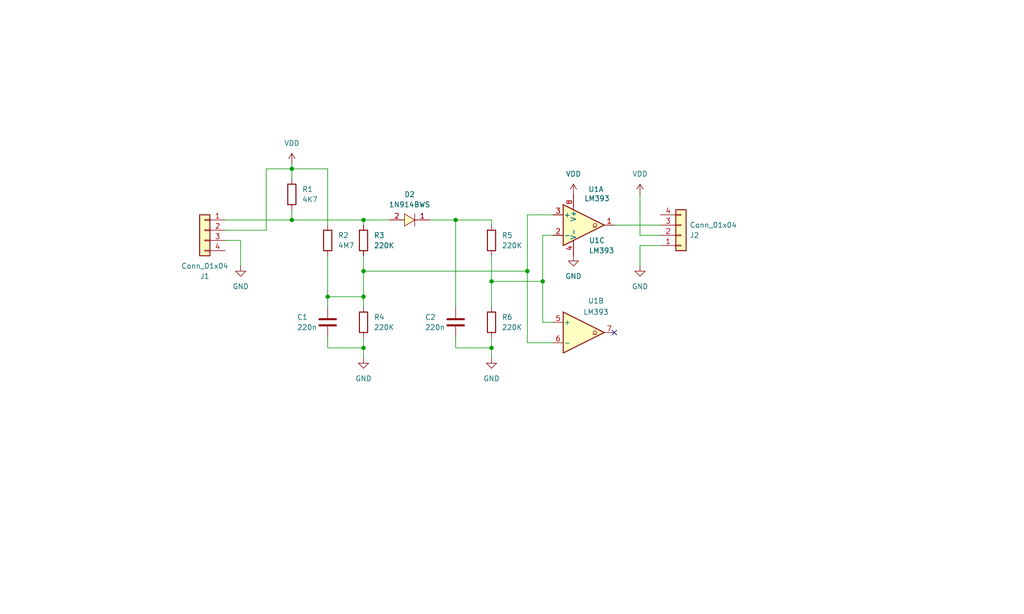
<source format=kicad_sch>
(kicad_sch (version 20231120) (generator "eeschema") (generator_version "8.0")
  (paper "User" 254 152.4)
  (lib_symbols
    (symbol "Comparator:LM393" (pin_names (offset 0.127))
      (property "Reference" "U" (at 3.81 3.81 0))
      (property "Value" "LM393" (at 6.35 -3.81 0))
      (symbol "LM393_1_1"
        (polyline (pts (xy -5.08 5.08) (xy 5.08 0) (xy -5.08 -5.08) (xy -5.08 5.08)) (stroke (width 0.254)) (fill (type background)))
        (polyline (pts (xy 3.302 -0.508) (xy 2.794 -0.508) (xy 3.302 0) (xy 2.794 0.508) (xy 2.286 0) (xy 2.794 -0.508) (xy 2.286 -0.508)) (stroke (width 0.127)))
        (pin open_collector line (at 7.62 0 180) (length 2.54) (name "~") (number "1"))
        (pin input line (at -7.62 -2.54 0) (length 2.54) (name "-") (number "2"))
        (pin input line (at -7.62 2.54 0) (length 2.54) (name "+") (number "3"))
      )
      (symbol "LM393_2_1"
        (polyline (pts (xy -5.08 5.08) (xy 5.08 0) (xy -5.08 -5.08) (xy -5.08 5.08)) (stroke (width 0.254)) (fill (type background)))
        (polyline (pts (xy 3.302 -0.508) (xy 2.794 -0.508) (xy 3.302 0) (xy 2.794 0.508) (xy 2.286 0) (xy 2.794 -0.508) (xy 2.286 -0.508)) (stroke (width 0.127)))
        (pin input line (at -7.62 2.54 0) (length 2.54) (name "+") (number "5"))
        (pin input line (at -7.62 -2.54 0) (length 2.54) (name "-") (number "6"))
        (pin open_collector line (at 7.62 0 180) (length 2.54) (name "~") (number "7"))
      )
      (symbol "LM393_3_1"
        (pin power_in line (at -2.54 -7.62 90) (length 3.81) (name "V-") (number "4"))
        (pin power_in line (at -2.54 7.62 270) (length 3.81) (name "V+") (number "8"))
      )
    )
    (symbol "Connector_Generic:Conn_01x04" (pin_names (offset 1.016) hide)
      (property "Reference" "J" (at 0 5.08 0))
      (property "Value" "Conn_01x04" (at 0 -7.62 0))
      (symbol "Conn_01x04_1_1"
        (rectangle (start -1.27 -4.953) (end 0 -5.207) (stroke (width 0.1524)))
        (rectangle (start -1.27 -2.413) (end 0 -2.667) (stroke (width 0.1524)))
        (rectangle (start -1.27 0.127) (end 0 -0.127) (stroke (width 0.1524)))
        (rectangle (start -1.27 2.667) (end 0 2.413) (stroke (width 0.1524)))
        (rectangle (start -1.27 3.81) (end 1.27 -6.35) (stroke (width 0.254)) (fill (type background)))
        (pin passive line (at -5.08 2.54 0) (length 3.81) (name "Pin_1") (number "1"))
        (pin passive line (at -5.08 0 0) (length 3.81) (name "Pin_2") (number "2"))
        (pin passive line (at -5.08 -2.54 0) (length 3.81) (name "Pin_3") (number "3"))
        (pin passive line (at -5.08 -5.08 0) (length 3.81) (name "Pin_4") (number "4"))
      )
    )
    (symbol "Device:C" (pin_numbers hide) (pin_names (offset 0.254))
      (property "Reference" "C" (at 0.635 2.54 0))
      (property "Value" "C" (at 0.635 -2.54 0))
      (symbol "C_0_1"
        (polyline (pts (xy -2.032 -0.762) (xy 2.032 -0.762)) (stroke (width 0.508)))
        (polyline (pts (xy -2.032 0.762) (xy 2.032 0.762)) (stroke (width 0.508)))
      )
      (symbol "C_1_1"
        (pin passive line (at 0 3.81 270) (length 2.794) (name "~") (number "1"))
        (pin passive line (at 0 -3.81 90) (length 2.794) (name "~") (number "2"))
      )
    )
    (symbol "Device:R" (pin_numbers hide) (pin_names (offset 0))
      (property "Reference" "R" (at 2.032 0 90))
      (property "Value" "R" (at 0 0 90))
      (symbol "R_0_1"
        (rectangle (start -1.016 -2.54) (end 1.016 2.54) (stroke (width 0.254)))
      )
      (symbol "R_1_1"
        (pin passive line (at 0 3.81 270) (length 1.27) (name "~") (number "1"))
        (pin passive line (at 0 -3.81 90) (length 1.27) (name "~") (number "2"))
      )
    )
    (symbol "easyeda2kicad:1N914BWS"
      (property "Reference" "D2" (at 0 -6.35 0))
      (property "Value" "1N914BWS" (at 0 -3.81 0))
      (symbol "1N914BWS_0_1"
        (polyline (pts (xy -1.27 -1.52) (xy -1.27 1.52)))
        (polyline (pts (xy 1.27 1.52) (xy -1.27 0) (xy 1.27 -1.52) (xy 1.27 1.52)) (fill (type background)))
        (pin unspecified line (at -5.08 0 0) (length 3.81) (name "") (number "1"))
        (pin unspecified line (at 5.08 0 180) (length 3.81) (name "") (number "2"))
      )
    )
    (symbol "power:GND" (power) (pin_numbers hide) (pin_names (offset 0) hide)
      (property "Value" "GND" (at 0 -3.81 0))
      (symbol "GND_0_1"
        (polyline (pts (xy 0 0) (xy 0 -1.27) (xy 1.27 -1.27) (xy 0 -2.54) (xy -1.27 -1.27) (xy 0 -1.27)))
      )
      (symbol "GND_1_1"
        (pin power_in line (at 0 0 270) (length 0) (name "~") (number "1"))
      )
    )
    (symbol "power:VDD" (power) (pin_numbers hide) (pin_names (offset 0) hide)
      (property "Value" "VDD" (at 0 3.556 0))
      (symbol "VDD_0_1"
        (polyline (pts (xy -0.762 1.27) (xy 0 2.54)))
        (polyline (pts (xy 0 0) (xy 0 2.54)))
        (polyline (pts (xy 0 2.54) (xy 0.762 1.27)))
      )
      (symbol "VDD_1_1"
        (pin power_in line (at 0 0 90) (length 0) (name "~") (number "1"))
      )
    )
  )
  (junction (at 90.17 54.61))
  (junction (at 121.92 69.85))
  (junction (at 121.92 86.36))
  (junction (at 134.62 69.85))
  (junction (at 72.39 41.91))
  (junction (at 81.28 73.66))
  (junction (at 90.17 67.31))
  (junction (at 130.81 67.31))
  (junction (at 90.17 86.36))
  (junction (at 72.39 54.61))
  (junction (at 113.03 54.61))
  (junction (at 90.17 73.66))
  (no_connect (at 152.4 82.55))
  (wire (pts (xy 81.28 83.82) (xy 81.28 86.36)))
  (wire (pts (xy 72.39 40.64) (xy 72.39 41.91)))
  (wire (pts (xy 121.92 69.85) (xy 121.92 76.2)))
  (wire (pts (xy 130.81 85.09) (xy 137.16 85.09)))
  (wire (pts (xy 113.03 54.61) (xy 121.92 54.61)))
  (wire (pts (xy 81.28 63.5) (xy 81.28 73.66)))
  (wire (pts (xy 81.28 41.91) (xy 81.28 55.88)))
  (wire (pts (xy 90.17 67.31) (xy 90.17 73.66)))
  (wire (pts (xy 113.03 83.82) (xy 113.03 86.36)))
  (wire (pts (xy 130.81 67.31) (xy 130.81 53.34)))
  (wire (pts (xy 121.92 83.82) (xy 121.92 86.36)))
  (wire (pts (xy 158.75 60.96) (xy 163.83 60.96)))
  (wire (pts (xy 72.39 54.61) (xy 90.17 54.61)))
  (wire (pts (xy 81.28 73.66) (xy 90.17 73.66)))
  (wire (pts (xy 106.68 54.61) (xy 113.03 54.61)))
  (wire (pts (xy 66.04 41.91) (xy 72.39 41.91)))
  (wire (pts (xy 90.17 63.5) (xy 90.17 67.31)))
  (wire (pts (xy 90.17 73.66) (xy 90.17 76.2)))
  (wire (pts (xy 90.17 54.61) (xy 96.52 54.61)))
  (wire (pts (xy 55.88 59.69) (xy 59.69 59.69)))
  (wire (pts (xy 113.03 86.36) (xy 121.92 86.36)))
  (wire (pts (xy 134.62 69.85) (xy 134.62 58.42)))
  (wire (pts (xy 158.75 60.96) (xy 158.75 66.04)))
  (wire (pts (xy 72.39 41.91) (xy 72.39 44.45)))
  (wire (pts (xy 134.62 58.42) (xy 137.16 58.42)))
  (wire (pts (xy 72.39 54.61) (xy 55.88 54.61)))
  (wire (pts (xy 90.17 54.61) (xy 90.17 55.88)))
  (wire (pts (xy 130.81 67.31) (xy 130.81 85.09)))
  (wire (pts (xy 90.17 83.82) (xy 90.17 86.36)))
  (wire (pts (xy 134.62 80.01) (xy 137.16 80.01)))
  (wire (pts (xy 158.75 48.26) (xy 158.75 58.42)))
  (wire (pts (xy 90.17 86.36) (xy 90.17 88.9)))
  (wire (pts (xy 113.03 54.61) (xy 113.03 76.2)))
  (wire (pts (xy 134.62 69.85) (xy 134.62 80.01)))
  (wire (pts (xy 81.28 86.36) (xy 90.17 86.36)))
  (wire (pts (xy 130.81 53.34) (xy 137.16 53.34)))
  (wire (pts (xy 158.75 58.42) (xy 163.83 58.42)))
  (wire (pts (xy 72.39 52.07) (xy 72.39 54.61)))
  (wire (pts (xy 72.39 41.91) (xy 81.28 41.91)))
  (wire (pts (xy 121.92 86.36) (xy 121.92 88.9)))
  (wire (pts (xy 121.92 69.85) (xy 134.62 69.85)))
  (wire (pts (xy 121.92 63.5) (xy 121.92 69.85)))
  (wire (pts (xy 55.88 57.15) (xy 66.04 57.15)))
  (wire (pts (xy 59.69 59.69) (xy 59.69 66.04)))
  (wire (pts (xy 81.28 73.66) (xy 81.28 76.2)))
  (wire (pts (xy 152.4 55.88) (xy 163.83 55.88)))
  (wire (pts (xy 90.17 67.31) (xy 130.81 67.31)))
  (wire (pts (xy 66.04 57.15) (xy 66.04 41.91)))
  (wire (pts (xy 121.92 54.61) (xy 121.92 55.88)))
  (symbol (lib_id "power:GND") (at 158.75 66.04 0) (unit 1)
    (property "Reference" "#PWR07" (effects (hide yes)))
    (property "Value" "GND" (at 158.75 71.12 0))
    (property "Description" "Power symbol creates a global label with name \"GND\" , ground" (effects (hide yes)))
  )
  (symbol (lib_id "Connector_Generic:Conn_01x04") (at 168.91 58.42 0) (mirror x) (unit 1)
    (property "Reference" "J2" (at 171.0494 58.4201 0) (effects (justify left)))
    (property "Value" "Conn_01x04" (at 171.0494 55.8801 0) (effects (justify left)))
    (property "Footprint" "Connector:FanPinHeader_1x04_P2.54mm_Vertical" (effects (hide yes)))
    (property "Description" "Generic connector, single row, 01x04, script generated (kicad-library-utils/schlib/autogen/connector/)" (effects (hide yes)))
  )
  (symbol (lib_id "Comparator:LM393") (at 144.78 55.88 0) (unit 1)
    (property "Reference" "U1" (at 147.828 46.99 0))
    (property "Value" "LM393" (at 148.082 49.276 0))
    (property "Footprint" "easyeda2kicad:MINISO-8_L3.0-W3.0-P0.65-LS4.9-BL" (effects (hide yes)))
    (property "Datasheet" "http://www.ti.com/lit/ds/symlink/lm393.pdf" (effects (hide yes)))
    (property "Description" "Low-Power, Low-Offset Voltage, Dual Comparators, DIP-8/SOIC-8/TO-99-8" (effects (hide yes)))
  )
  (symbol (lib_id "Device:R") (at 121.92 80.01 0) (unit 1)
    (property "Reference" "R6" (at 124.46 78.7399 0) (effects (justify left)))
    (property "Value" "220K" (at 124.46 81.2799 0) (effects (justify left)))
    (property "Footprint" "Resistor_SMD:R_0805_2012Metric_Pad1.20x1.40mm_HandSolder" (effects (hide yes)))
    (property "Description" "Resistor" (effects (hide yes)))
  )
  (symbol (lib_id "Device:R") (at 121.92 59.69 0) (unit 1)
    (property "Reference" "R5" (at 124.46 58.4199 0) (effects (justify left)))
    (property "Value" "220K" (at 124.46 60.9599 0) (effects (justify left)))
    (property "Footprint" "Resistor_SMD:R_0805_2012Metric_Pad1.20x1.40mm_HandSolder" (effects (hide yes)))
    (property "Description" "Resistor" (effects (hide yes)))
  )
  (symbol (lib_id "power:GND") (at 90.17 88.9 0) (unit 1)
    (property "Reference" "#PWR05" (effects (hide yes)))
    (property "Value" "GND" (at 90.17 93.98 0))
    (property "Description" "Power symbol creates a global label with name \"GND\" , ground" (effects (hide yes)))
  )
  (symbol (lib_id "power:VDD") (at 72.39 40.64 0) (unit 1)
    (property "Reference" "#PWR01" (effects (hide yes)))
    (property "Value" "VDD" (at 72.39 35.56 0))
    (property "Description" "Power symbol creates a global label with name \"VDD\"" (effects (hide yes)))
  )
  (symbol (lib_id "Device:R") (at 72.39 48.26 0) (unit 1)
    (property "Reference" "R1" (at 74.93 46.9899 0) (effects (justify left)))
    (property "Value" "4K7" (at 74.93 49.5299 0) (effects (justify left)))
    (property "Footprint" "Resistor_SMD:R_0805_2012Metric_Pad1.20x1.40mm_HandSolder" (effects (hide yes)))
    (property "Description" "Resistor" (effects (hide yes)))
  )
  (symbol (lib_id "Device:R") (at 90.17 59.69 0) (unit 1)
    (property "Reference" "R3" (at 92.71 58.4199 0) (effects (justify left)))
    (property "Value" "220K" (at 92.71 60.9599 0) (effects (justify left)))
    (property "Footprint" "Resistor_SMD:R_0805_2012Metric_Pad1.20x1.40mm_HandSolder" (effects (hide yes)))
    (property "Description" "Resistor" (effects (hide yes)))
  )
  (symbol (lib_id "Connector_Generic:Conn_01x04") (at 50.8 57.15 0) (mirror y) (unit 1)
    (property "Reference" "J1" (at 50.8 68.58 0))
    (property "Value" "Conn_01x04" (at 50.8 66.04 0))
    (property "Footprint" "Connector:FanPinHeader_1x04_P2.54mm_Vertical" (effects (hide yes)))
    (property "Description" "Generic connector, single row, 01x04, script generated (kicad-library-utils/schlib/autogen/connector/)" (effects (hide yes)))
  )
  (symbol (lib_id "Device:R") (at 90.17 80.01 0) (unit 1)
    (property "Reference" "R4" (at 92.71 78.7399 0) (effects (justify left)))
    (property "Value" "220K" (at 92.71 81.2799 0) (effects (justify left)))
    (property "Footprint" "Resistor_SMD:R_0805_2012Metric_Pad1.20x1.40mm_HandSolder" (effects (hide yes)))
    (property "Description" "Resistor" (effects (hide yes)))
  )
  (symbol (lib_id "Device:C") (at 81.28 80.01 0) (unit 1)
    (property "Reference" "C1" (at 73.66 78.74 0) (effects (justify left)))
    (property "Value" "220n" (at 73.66 81.28 0) (effects (justify left)))
    (property "Footprint" "Capacitor_SMD:C_0805_2012Metric_Pad1.18x1.45mm_HandSolder" (effects (hide yes)))
    (property "Description" "Unpolarized capacitor" (effects (hide yes)))
  )
  (symbol (lib_id "Comparator:LM393") (at 144.78 82.55 0) (unit 2)
    (property "Reference" "U1" (at 147.828 74.676 0))
    (property "Value" "LM393" (at 147.828 77.47 0))
    (property "Footprint" "easyeda2kicad:MINISO-8_L3.0-W3.0-P0.65-LS4.9-BL" (effects (hide yes)))
    (property "Datasheet" "http://www.ti.com/lit/ds/symlink/lm393.pdf" (effects (hide yes)))
    (property "Description" "Low-Power, Low-Offset Voltage, Dual Comparators, DIP-8/SOIC-8/TO-99-8" (effects (hide yes)))
  )
  (symbol (lib_id "Comparator:LM393") (at 144.78 55.88 0) (unit 3)
    (property "Reference" "U1" (at 146.05 59.69 0) (effects (justify left)))
    (property "Value" "LM393" (at 146.05 62.23 0) (effects (justify left)))
    (property "Footprint" "easyeda2kicad:MINISO-8_L3.0-W3.0-P0.65-LS4.9-BL" (effects (hide yes)))
    (property "Datasheet" "http://www.ti.com/lit/ds/symlink/lm393.pdf" (effects (hide yes)))
    (property "Description" "Low-Power, Low-Offset Voltage, Dual Comparators, DIP-8/SOIC-8/TO-99-8" (effects (hide yes)))
  )
  (symbol (lib_id "power:GND") (at 59.69 66.04 0) (unit 1)
    (property "Reference" "#PWR08" (effects (hide yes)))
    (property "Value" "GND" (at 59.69 71.12 0))
    (property "Description" "Power symbol creates a global label with name \"GND\" , ground" (effects (hide yes)))
  )
  (symbol (lib_id "easyeda2kicad:1N914BWS") (at 101.6 54.61 180) (unit 1)
    (property "Reference" "D2" (at 101.6 48.26 0))
    (property "Value" "1N914BWS" (at 101.6 50.8 0))
    (property "Footprint" "Diode_SMD:D_SOD-323_HandSoldering" (effects (hide yes)))
    (property "Datasheet" "https://lcsc.com/product-detail/Others_ON-Semicon_1N914BWS_ON-Semicon-ON-1N914BWS_C258181.html" (effects (hide yes)))
    (property "LCSC Part" "C258181" (effects (hide yes)))
  )
  (symbol (lib_id "power:VDD") (at 142.24 48.26 0) (unit 1)
    (property "Reference" "#PWR02" (effects (hide yes)))
    (property "Value" "VDD" (at 142.24 43.18 0))
    (property "Description" "Power symbol creates a global label with name \"VDD\"" (effects (hide yes)))
  )
  (symbol (lib_id "power:GND") (at 142.24 63.5 0) (unit 1)
    (property "Reference" "#PWR04" (effects (hide yes)))
    (property "Value" "GND" (at 142.24 68.58 0))
    (property "Description" "Power symbol creates a global label with name \"GND\" , ground" (effects (hide yes)))
  )
  (symbol (lib_id "power:VDD") (at 158.75 48.26 0) (unit 1)
    (property "Reference" "#PWR03" (effects (hide yes)))
    (property "Value" "VDD" (at 158.75 43.18 0))
    (property "Description" "Power symbol creates a global label with name \"VDD\"" (effects (hide yes)))
  )
  (symbol (lib_id "power:GND") (at 121.92 88.9 0) (unit 1)
    (property "Reference" "#PWR06" (effects (hide yes)))
    (property "Value" "GND" (at 121.92 93.98 0))
    (property "Description" "Power symbol creates a global label with name \"GND\" , ground" (effects (hide yes)))
  )
  (symbol (lib_id "Device:R") (at 81.28 59.69 0) (unit 1)
    (property "Reference" "R2" (at 83.82 58.4199 0) (effects (justify left)))
    (property "Value" "4M7" (at 83.82 60.9599 0) (effects (justify left)))
    (property "Footprint" "Resistor_SMD:R_0805_2012Metric_Pad1.20x1.40mm_HandSolder" (effects (hide yes)))
    (property "Description" "Resistor" (effects (hide yes)))
  )
  (symbol (lib_id "Device:C") (at 113.03 80.01 0) (unit 1)
    (property "Reference" "C2" (at 105.41 78.74 0) (effects (justify left)))
    (property "Value" "220n" (at 105.41 81.28 0) (effects (justify left)))
    (property "Footprint" "Capacitor_SMD:C_0805_2012Metric_Pad1.18x1.45mm_HandSolder" (effects (hide yes)))
    (property "Description" "Unpolarized capacitor" (effects (hide yes)))
  )
)
</source>
